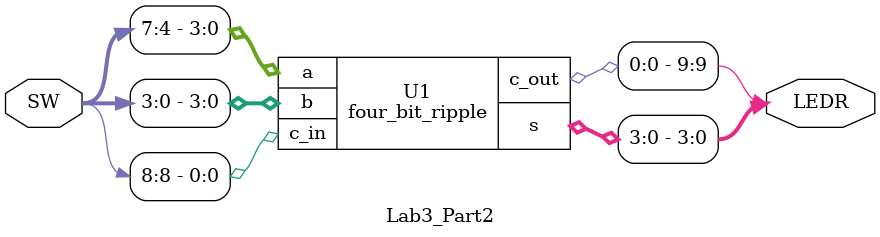
<source format=v>


module FA(a, b, c_in, s, c_out);
	input a, b, c_in;
	output s, c_out;
	
	assign s = c_in ^ b ^ a; // ^: XOR
	assign c_out = (b&a) | (c_in&b) | (c_in&a);

endmodule


module four_bit_ripple(a, b, c_in, s, c_out);
	input[3:0] a,b;
	input c_in;
	output [3:0] s;
	output c_out;
	wire c1, c2, c3;
	
	FA FA0(a[0], b[0], c_in, s[0], c1);
	FA FA1(a[1], b[1], c1, s[1], c2);
	FA FA2(a[2], b[2], c2, s[2], c3);
	FA FA3(a[3], b[3], c3, s[3], c_out);

endmodule


module Lab3_Part2(SW, LEDR);
	input[9:0] SW;
	output[9:0] LEDR;
	
	four_bit_ripple U1(.a(SW[7:4]),
						 .b(SW[3:0]),
						 .c_in(SW[8]),
			    		 .s(LEDR[3:0]),
						 .c_out(LEDR[9]));
		  
endmodule

</source>
